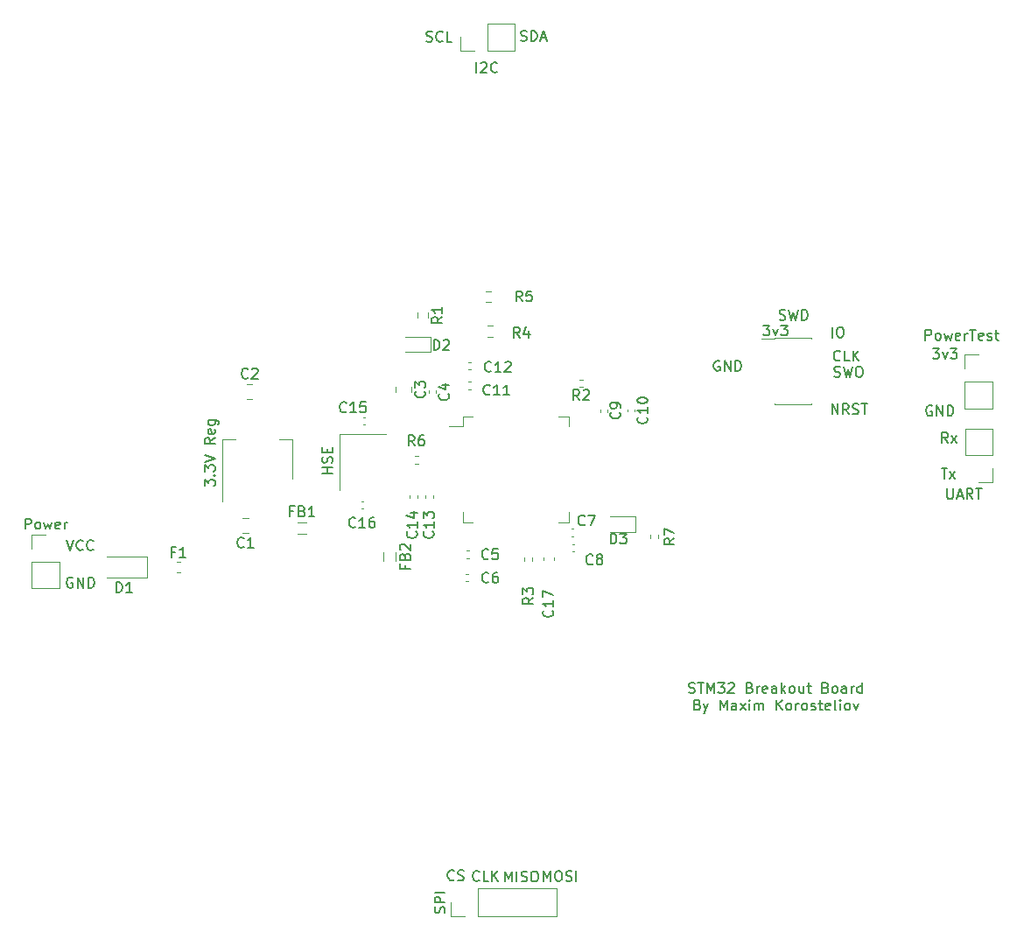
<source format=gbr>
%TF.GenerationSoftware,KiCad,Pcbnew,(5.1.7)-1*%
%TF.CreationDate,2020-10-12T20:46:30-04:00*%
%TF.ProjectId,STM32_Breakout,53544d33-325f-4427-9265-616b6f75742e,rev?*%
%TF.SameCoordinates,Original*%
%TF.FileFunction,Legend,Top*%
%TF.FilePolarity,Positive*%
%FSLAX46Y46*%
G04 Gerber Fmt 4.6, Leading zero omitted, Abs format (unit mm)*
G04 Created by KiCad (PCBNEW (5.1.7)-1) date 2020-10-12 20:46:30*
%MOMM*%
%LPD*%
G01*
G04 APERTURE LIST*
%ADD10C,0.150000*%
%ADD11C,0.120000*%
G04 APERTURE END LIST*
D10*
X79995238Y-81389761D02*
X80138095Y-81437380D01*
X80376190Y-81437380D01*
X80471428Y-81389761D01*
X80519047Y-81342142D01*
X80566666Y-81246904D01*
X80566666Y-81151666D01*
X80519047Y-81056428D01*
X80471428Y-81008809D01*
X80376190Y-80961190D01*
X80185714Y-80913571D01*
X80090476Y-80865952D01*
X80042857Y-80818333D01*
X79995238Y-80723095D01*
X79995238Y-80627857D01*
X80042857Y-80532619D01*
X80090476Y-80485000D01*
X80185714Y-80437380D01*
X80423809Y-80437380D01*
X80566666Y-80485000D01*
X80852380Y-80437380D02*
X81423809Y-80437380D01*
X81138095Y-81437380D02*
X81138095Y-80437380D01*
X81757142Y-81437380D02*
X81757142Y-80437380D01*
X82090476Y-81151666D01*
X82423809Y-80437380D01*
X82423809Y-81437380D01*
X82804761Y-80437380D02*
X83423809Y-80437380D01*
X83090476Y-80818333D01*
X83233333Y-80818333D01*
X83328571Y-80865952D01*
X83376190Y-80913571D01*
X83423809Y-81008809D01*
X83423809Y-81246904D01*
X83376190Y-81342142D01*
X83328571Y-81389761D01*
X83233333Y-81437380D01*
X82947619Y-81437380D01*
X82852380Y-81389761D01*
X82804761Y-81342142D01*
X83804761Y-80532619D02*
X83852380Y-80485000D01*
X83947619Y-80437380D01*
X84185714Y-80437380D01*
X84280952Y-80485000D01*
X84328571Y-80532619D01*
X84376190Y-80627857D01*
X84376190Y-80723095D01*
X84328571Y-80865952D01*
X83757142Y-81437380D01*
X84376190Y-81437380D01*
X85900000Y-80913571D02*
X86042857Y-80961190D01*
X86090476Y-81008809D01*
X86138095Y-81104047D01*
X86138095Y-81246904D01*
X86090476Y-81342142D01*
X86042857Y-81389761D01*
X85947619Y-81437380D01*
X85566666Y-81437380D01*
X85566666Y-80437380D01*
X85900000Y-80437380D01*
X85995238Y-80485000D01*
X86042857Y-80532619D01*
X86090476Y-80627857D01*
X86090476Y-80723095D01*
X86042857Y-80818333D01*
X85995238Y-80865952D01*
X85900000Y-80913571D01*
X85566666Y-80913571D01*
X86566666Y-81437380D02*
X86566666Y-80770714D01*
X86566666Y-80961190D02*
X86614285Y-80865952D01*
X86661904Y-80818333D01*
X86757142Y-80770714D01*
X86852380Y-80770714D01*
X87566666Y-81389761D02*
X87471428Y-81437380D01*
X87280952Y-81437380D01*
X87185714Y-81389761D01*
X87138095Y-81294523D01*
X87138095Y-80913571D01*
X87185714Y-80818333D01*
X87280952Y-80770714D01*
X87471428Y-80770714D01*
X87566666Y-80818333D01*
X87614285Y-80913571D01*
X87614285Y-81008809D01*
X87138095Y-81104047D01*
X88471428Y-81437380D02*
X88471428Y-80913571D01*
X88423809Y-80818333D01*
X88328571Y-80770714D01*
X88138095Y-80770714D01*
X88042857Y-80818333D01*
X88471428Y-81389761D02*
X88376190Y-81437380D01*
X88138095Y-81437380D01*
X88042857Y-81389761D01*
X87995238Y-81294523D01*
X87995238Y-81199285D01*
X88042857Y-81104047D01*
X88138095Y-81056428D01*
X88376190Y-81056428D01*
X88471428Y-81008809D01*
X88947619Y-81437380D02*
X88947619Y-80437380D01*
X89042857Y-81056428D02*
X89328571Y-81437380D01*
X89328571Y-80770714D02*
X88947619Y-81151666D01*
X89900000Y-81437380D02*
X89804761Y-81389761D01*
X89757142Y-81342142D01*
X89709523Y-81246904D01*
X89709523Y-80961190D01*
X89757142Y-80865952D01*
X89804761Y-80818333D01*
X89900000Y-80770714D01*
X90042857Y-80770714D01*
X90138095Y-80818333D01*
X90185714Y-80865952D01*
X90233333Y-80961190D01*
X90233333Y-81246904D01*
X90185714Y-81342142D01*
X90138095Y-81389761D01*
X90042857Y-81437380D01*
X89900000Y-81437380D01*
X91090476Y-80770714D02*
X91090476Y-81437380D01*
X90661904Y-80770714D02*
X90661904Y-81294523D01*
X90709523Y-81389761D01*
X90804761Y-81437380D01*
X90947619Y-81437380D01*
X91042857Y-81389761D01*
X91090476Y-81342142D01*
X91423809Y-80770714D02*
X91804761Y-80770714D01*
X91566666Y-80437380D02*
X91566666Y-81294523D01*
X91614285Y-81389761D01*
X91709523Y-81437380D01*
X91804761Y-81437380D01*
X93233333Y-80913571D02*
X93376190Y-80961190D01*
X93423809Y-81008809D01*
X93471428Y-81104047D01*
X93471428Y-81246904D01*
X93423809Y-81342142D01*
X93376190Y-81389761D01*
X93280952Y-81437380D01*
X92900000Y-81437380D01*
X92900000Y-80437380D01*
X93233333Y-80437380D01*
X93328571Y-80485000D01*
X93376190Y-80532619D01*
X93423809Y-80627857D01*
X93423809Y-80723095D01*
X93376190Y-80818333D01*
X93328571Y-80865952D01*
X93233333Y-80913571D01*
X92900000Y-80913571D01*
X94042857Y-81437380D02*
X93947619Y-81389761D01*
X93900000Y-81342142D01*
X93852380Y-81246904D01*
X93852380Y-80961190D01*
X93900000Y-80865952D01*
X93947619Y-80818333D01*
X94042857Y-80770714D01*
X94185714Y-80770714D01*
X94280952Y-80818333D01*
X94328571Y-80865952D01*
X94376190Y-80961190D01*
X94376190Y-81246904D01*
X94328571Y-81342142D01*
X94280952Y-81389761D01*
X94185714Y-81437380D01*
X94042857Y-81437380D01*
X95233333Y-81437380D02*
X95233333Y-80913571D01*
X95185714Y-80818333D01*
X95090476Y-80770714D01*
X94900000Y-80770714D01*
X94804761Y-80818333D01*
X95233333Y-81389761D02*
X95138095Y-81437380D01*
X94900000Y-81437380D01*
X94804761Y-81389761D01*
X94757142Y-81294523D01*
X94757142Y-81199285D01*
X94804761Y-81104047D01*
X94900000Y-81056428D01*
X95138095Y-81056428D01*
X95233333Y-81008809D01*
X95709523Y-81437380D02*
X95709523Y-80770714D01*
X95709523Y-80961190D02*
X95757142Y-80865952D01*
X95804761Y-80818333D01*
X95900000Y-80770714D01*
X95995238Y-80770714D01*
X96757142Y-81437380D02*
X96757142Y-80437380D01*
X96757142Y-81389761D02*
X96661904Y-81437380D01*
X96471428Y-81437380D01*
X96376190Y-81389761D01*
X96328571Y-81342142D01*
X96280952Y-81246904D01*
X96280952Y-80961190D01*
X96328571Y-80865952D01*
X96376190Y-80818333D01*
X96471428Y-80770714D01*
X96661904Y-80770714D01*
X96757142Y-80818333D01*
X80828571Y-82563571D02*
X80971428Y-82611190D01*
X81019047Y-82658809D01*
X81066666Y-82754047D01*
X81066666Y-82896904D01*
X81019047Y-82992142D01*
X80971428Y-83039761D01*
X80876190Y-83087380D01*
X80495238Y-83087380D01*
X80495238Y-82087380D01*
X80828571Y-82087380D01*
X80923809Y-82135000D01*
X80971428Y-82182619D01*
X81019047Y-82277857D01*
X81019047Y-82373095D01*
X80971428Y-82468333D01*
X80923809Y-82515952D01*
X80828571Y-82563571D01*
X80495238Y-82563571D01*
X81400000Y-82420714D02*
X81638095Y-83087380D01*
X81876190Y-82420714D02*
X81638095Y-83087380D01*
X81542857Y-83325476D01*
X81495238Y-83373095D01*
X81400000Y-83420714D01*
X83019047Y-83087380D02*
X83019047Y-82087380D01*
X83352380Y-82801666D01*
X83685714Y-82087380D01*
X83685714Y-83087380D01*
X84590476Y-83087380D02*
X84590476Y-82563571D01*
X84542857Y-82468333D01*
X84447619Y-82420714D01*
X84257142Y-82420714D01*
X84161904Y-82468333D01*
X84590476Y-83039761D02*
X84495238Y-83087380D01*
X84257142Y-83087380D01*
X84161904Y-83039761D01*
X84114285Y-82944523D01*
X84114285Y-82849285D01*
X84161904Y-82754047D01*
X84257142Y-82706428D01*
X84495238Y-82706428D01*
X84590476Y-82658809D01*
X84971428Y-83087380D02*
X85495238Y-82420714D01*
X84971428Y-82420714D02*
X85495238Y-83087380D01*
X85876190Y-83087380D02*
X85876190Y-82420714D01*
X85876190Y-82087380D02*
X85828571Y-82135000D01*
X85876190Y-82182619D01*
X85923809Y-82135000D01*
X85876190Y-82087380D01*
X85876190Y-82182619D01*
X86352380Y-83087380D02*
X86352380Y-82420714D01*
X86352380Y-82515952D02*
X86400000Y-82468333D01*
X86495238Y-82420714D01*
X86638095Y-82420714D01*
X86733333Y-82468333D01*
X86780952Y-82563571D01*
X86780952Y-83087380D01*
X86780952Y-82563571D02*
X86828571Y-82468333D01*
X86923809Y-82420714D01*
X87066666Y-82420714D01*
X87161904Y-82468333D01*
X87209523Y-82563571D01*
X87209523Y-83087380D01*
X88447619Y-83087380D02*
X88447619Y-82087380D01*
X89019047Y-83087380D02*
X88590476Y-82515952D01*
X89019047Y-82087380D02*
X88447619Y-82658809D01*
X89590476Y-83087380D02*
X89495238Y-83039761D01*
X89447619Y-82992142D01*
X89400000Y-82896904D01*
X89400000Y-82611190D01*
X89447619Y-82515952D01*
X89495238Y-82468333D01*
X89590476Y-82420714D01*
X89733333Y-82420714D01*
X89828571Y-82468333D01*
X89876190Y-82515952D01*
X89923809Y-82611190D01*
X89923809Y-82896904D01*
X89876190Y-82992142D01*
X89828571Y-83039761D01*
X89733333Y-83087380D01*
X89590476Y-83087380D01*
X90352380Y-83087380D02*
X90352380Y-82420714D01*
X90352380Y-82611190D02*
X90400000Y-82515952D01*
X90447619Y-82468333D01*
X90542857Y-82420714D01*
X90638095Y-82420714D01*
X91114285Y-83087380D02*
X91019047Y-83039761D01*
X90971428Y-82992142D01*
X90923809Y-82896904D01*
X90923809Y-82611190D01*
X90971428Y-82515952D01*
X91019047Y-82468333D01*
X91114285Y-82420714D01*
X91257142Y-82420714D01*
X91352380Y-82468333D01*
X91400000Y-82515952D01*
X91447619Y-82611190D01*
X91447619Y-82896904D01*
X91400000Y-82992142D01*
X91352380Y-83039761D01*
X91257142Y-83087380D01*
X91114285Y-83087380D01*
X91828571Y-83039761D02*
X91923809Y-83087380D01*
X92114285Y-83087380D01*
X92209523Y-83039761D01*
X92257142Y-82944523D01*
X92257142Y-82896904D01*
X92209523Y-82801666D01*
X92114285Y-82754047D01*
X91971428Y-82754047D01*
X91876190Y-82706428D01*
X91828571Y-82611190D01*
X91828571Y-82563571D01*
X91876190Y-82468333D01*
X91971428Y-82420714D01*
X92114285Y-82420714D01*
X92209523Y-82468333D01*
X92542857Y-82420714D02*
X92923809Y-82420714D01*
X92685714Y-82087380D02*
X92685714Y-82944523D01*
X92733333Y-83039761D01*
X92828571Y-83087380D01*
X92923809Y-83087380D01*
X93638095Y-83039761D02*
X93542857Y-83087380D01*
X93352380Y-83087380D01*
X93257142Y-83039761D01*
X93209523Y-82944523D01*
X93209523Y-82563571D01*
X93257142Y-82468333D01*
X93352380Y-82420714D01*
X93542857Y-82420714D01*
X93638095Y-82468333D01*
X93685714Y-82563571D01*
X93685714Y-82658809D01*
X93209523Y-82754047D01*
X94257142Y-83087380D02*
X94161904Y-83039761D01*
X94114285Y-82944523D01*
X94114285Y-82087380D01*
X94638095Y-83087380D02*
X94638095Y-82420714D01*
X94638095Y-82087380D02*
X94590476Y-82135000D01*
X94638095Y-82182619D01*
X94685714Y-82135000D01*
X94638095Y-82087380D01*
X94638095Y-82182619D01*
X95257142Y-83087380D02*
X95161904Y-83039761D01*
X95114285Y-82992142D01*
X95066666Y-82896904D01*
X95066666Y-82611190D01*
X95114285Y-82515952D01*
X95161904Y-82468333D01*
X95257142Y-82420714D01*
X95400000Y-82420714D01*
X95495238Y-82468333D01*
X95542857Y-82515952D01*
X95590476Y-82611190D01*
X95590476Y-82896904D01*
X95542857Y-82992142D01*
X95495238Y-83039761D01*
X95400000Y-83087380D01*
X95257142Y-83087380D01*
X95923809Y-82420714D02*
X96161904Y-83087380D01*
X96400000Y-82420714D01*
X54599523Y-18374761D02*
X54742380Y-18422380D01*
X54980476Y-18422380D01*
X55075714Y-18374761D01*
X55123333Y-18327142D01*
X55170952Y-18231904D01*
X55170952Y-18136666D01*
X55123333Y-18041428D01*
X55075714Y-17993809D01*
X54980476Y-17946190D01*
X54790000Y-17898571D01*
X54694761Y-17850952D01*
X54647142Y-17803333D01*
X54599523Y-17708095D01*
X54599523Y-17612857D01*
X54647142Y-17517619D01*
X54694761Y-17470000D01*
X54790000Y-17422380D01*
X55028095Y-17422380D01*
X55170952Y-17470000D01*
X56170952Y-18327142D02*
X56123333Y-18374761D01*
X55980476Y-18422380D01*
X55885238Y-18422380D01*
X55742380Y-18374761D01*
X55647142Y-18279523D01*
X55599523Y-18184285D01*
X55551904Y-17993809D01*
X55551904Y-17850952D01*
X55599523Y-17660476D01*
X55647142Y-17565238D01*
X55742380Y-17470000D01*
X55885238Y-17422380D01*
X55980476Y-17422380D01*
X56123333Y-17470000D01*
X56170952Y-17517619D01*
X57075714Y-18422380D02*
X56599523Y-18422380D01*
X56599523Y-17422380D01*
X63735714Y-18304761D02*
X63878571Y-18352380D01*
X64116666Y-18352380D01*
X64211904Y-18304761D01*
X64259523Y-18257142D01*
X64307142Y-18161904D01*
X64307142Y-18066666D01*
X64259523Y-17971428D01*
X64211904Y-17923809D01*
X64116666Y-17876190D01*
X63926190Y-17828571D01*
X63830952Y-17780952D01*
X63783333Y-17733333D01*
X63735714Y-17638095D01*
X63735714Y-17542857D01*
X63783333Y-17447619D01*
X63830952Y-17400000D01*
X63926190Y-17352380D01*
X64164285Y-17352380D01*
X64307142Y-17400000D01*
X64735714Y-18352380D02*
X64735714Y-17352380D01*
X64973809Y-17352380D01*
X65116666Y-17400000D01*
X65211904Y-17495238D01*
X65259523Y-17590476D01*
X65307142Y-17780952D01*
X65307142Y-17923809D01*
X65259523Y-18114285D01*
X65211904Y-18209523D01*
X65116666Y-18304761D01*
X64973809Y-18352380D01*
X64735714Y-18352380D01*
X65688095Y-18066666D02*
X66164285Y-18066666D01*
X65592857Y-18352380D02*
X65926190Y-17352380D01*
X66259523Y-18352380D01*
X82968095Y-49330000D02*
X82872857Y-49282380D01*
X82730000Y-49282380D01*
X82587142Y-49330000D01*
X82491904Y-49425238D01*
X82444285Y-49520476D01*
X82396666Y-49710952D01*
X82396666Y-49853809D01*
X82444285Y-50044285D01*
X82491904Y-50139523D01*
X82587142Y-50234761D01*
X82730000Y-50282380D01*
X82825238Y-50282380D01*
X82968095Y-50234761D01*
X83015714Y-50187142D01*
X83015714Y-49853809D01*
X82825238Y-49853809D01*
X83444285Y-50282380D02*
X83444285Y-49282380D01*
X84015714Y-50282380D01*
X84015714Y-49282380D01*
X84491904Y-50282380D02*
X84491904Y-49282380D01*
X84730000Y-49282380D01*
X84872857Y-49330000D01*
X84968095Y-49425238D01*
X85015714Y-49520476D01*
X85063333Y-49710952D01*
X85063333Y-49853809D01*
X85015714Y-50044285D01*
X84968095Y-50139523D01*
X84872857Y-50234761D01*
X84730000Y-50282380D01*
X84491904Y-50282380D01*
X87199523Y-45852380D02*
X87818571Y-45852380D01*
X87485238Y-46233333D01*
X87628095Y-46233333D01*
X87723333Y-46280952D01*
X87770952Y-46328571D01*
X87818571Y-46423809D01*
X87818571Y-46661904D01*
X87770952Y-46757142D01*
X87723333Y-46804761D01*
X87628095Y-46852380D01*
X87342380Y-46852380D01*
X87247142Y-46804761D01*
X87199523Y-46757142D01*
X88151904Y-46185714D02*
X88390000Y-46852380D01*
X88628095Y-46185714D01*
X88913809Y-45852380D02*
X89532857Y-45852380D01*
X89199523Y-46233333D01*
X89342380Y-46233333D01*
X89437619Y-46280952D01*
X89485238Y-46328571D01*
X89532857Y-46423809D01*
X89532857Y-46661904D01*
X89485238Y-46757142D01*
X89437619Y-46804761D01*
X89342380Y-46852380D01*
X89056666Y-46852380D01*
X88961428Y-46804761D01*
X88913809Y-46757142D01*
X94644761Y-49207142D02*
X94597142Y-49254761D01*
X94454285Y-49302380D01*
X94359047Y-49302380D01*
X94216190Y-49254761D01*
X94120952Y-49159523D01*
X94073333Y-49064285D01*
X94025714Y-48873809D01*
X94025714Y-48730952D01*
X94073333Y-48540476D01*
X94120952Y-48445238D01*
X94216190Y-48350000D01*
X94359047Y-48302380D01*
X94454285Y-48302380D01*
X94597142Y-48350000D01*
X94644761Y-48397619D01*
X95549523Y-49302380D02*
X95073333Y-49302380D01*
X95073333Y-48302380D01*
X95882857Y-49302380D02*
X95882857Y-48302380D01*
X96454285Y-49302380D02*
X96025714Y-48730952D01*
X96454285Y-48302380D02*
X95882857Y-48873809D01*
X94049047Y-50804761D02*
X94191904Y-50852380D01*
X94430000Y-50852380D01*
X94525238Y-50804761D01*
X94572857Y-50757142D01*
X94620476Y-50661904D01*
X94620476Y-50566666D01*
X94572857Y-50471428D01*
X94525238Y-50423809D01*
X94430000Y-50376190D01*
X94239523Y-50328571D01*
X94144285Y-50280952D01*
X94096666Y-50233333D01*
X94049047Y-50138095D01*
X94049047Y-50042857D01*
X94096666Y-49947619D01*
X94144285Y-49900000D01*
X94239523Y-49852380D01*
X94477619Y-49852380D01*
X94620476Y-49900000D01*
X94953809Y-49852380D02*
X95191904Y-50852380D01*
X95382380Y-50138095D01*
X95572857Y-50852380D01*
X95810952Y-49852380D01*
X96382380Y-49852380D02*
X96572857Y-49852380D01*
X96668095Y-49900000D01*
X96763333Y-49995238D01*
X96810952Y-50185714D01*
X96810952Y-50519047D01*
X96763333Y-50709523D01*
X96668095Y-50804761D01*
X96572857Y-50852380D01*
X96382380Y-50852380D01*
X96287142Y-50804761D01*
X96191904Y-50709523D01*
X96144285Y-50519047D01*
X96144285Y-50185714D01*
X96191904Y-49995238D01*
X96287142Y-49900000D01*
X96382380Y-49852380D01*
X93837142Y-54452380D02*
X93837142Y-53452380D01*
X94408571Y-54452380D01*
X94408571Y-53452380D01*
X95456190Y-54452380D02*
X95122857Y-53976190D01*
X94884761Y-54452380D02*
X94884761Y-53452380D01*
X95265714Y-53452380D01*
X95360952Y-53500000D01*
X95408571Y-53547619D01*
X95456190Y-53642857D01*
X95456190Y-53785714D01*
X95408571Y-53880952D01*
X95360952Y-53928571D01*
X95265714Y-53976190D01*
X94884761Y-53976190D01*
X95837142Y-54404761D02*
X95980000Y-54452380D01*
X96218095Y-54452380D01*
X96313333Y-54404761D01*
X96360952Y-54357142D01*
X96408571Y-54261904D01*
X96408571Y-54166666D01*
X96360952Y-54071428D01*
X96313333Y-54023809D01*
X96218095Y-53976190D01*
X96027619Y-53928571D01*
X95932380Y-53880952D01*
X95884761Y-53833333D01*
X95837142Y-53738095D01*
X95837142Y-53642857D01*
X95884761Y-53547619D01*
X95932380Y-53500000D01*
X96027619Y-53452380D01*
X96265714Y-53452380D01*
X96408571Y-53500000D01*
X96694285Y-53452380D02*
X97265714Y-53452380D01*
X96980000Y-54452380D02*
X96980000Y-53452380D01*
X93876190Y-47032380D02*
X93876190Y-46032380D01*
X94542857Y-46032380D02*
X94733333Y-46032380D01*
X94828571Y-46080000D01*
X94923809Y-46175238D01*
X94971428Y-46365714D01*
X94971428Y-46699047D01*
X94923809Y-46889523D01*
X94828571Y-46984761D01*
X94733333Y-47032380D01*
X94542857Y-47032380D01*
X94447619Y-46984761D01*
X94352380Y-46889523D01*
X94304761Y-46699047D01*
X94304761Y-46365714D01*
X94352380Y-46175238D01*
X94447619Y-46080000D01*
X94542857Y-46032380D01*
X103508095Y-53660000D02*
X103412857Y-53612380D01*
X103270000Y-53612380D01*
X103127142Y-53660000D01*
X103031904Y-53755238D01*
X102984285Y-53850476D01*
X102936666Y-54040952D01*
X102936666Y-54183809D01*
X102984285Y-54374285D01*
X103031904Y-54469523D01*
X103127142Y-54564761D01*
X103270000Y-54612380D01*
X103365238Y-54612380D01*
X103508095Y-54564761D01*
X103555714Y-54517142D01*
X103555714Y-54183809D01*
X103365238Y-54183809D01*
X103984285Y-54612380D02*
X103984285Y-53612380D01*
X104555714Y-54612380D01*
X104555714Y-53612380D01*
X105031904Y-54612380D02*
X105031904Y-53612380D01*
X105270000Y-53612380D01*
X105412857Y-53660000D01*
X105508095Y-53755238D01*
X105555714Y-53850476D01*
X105603333Y-54040952D01*
X105603333Y-54183809D01*
X105555714Y-54374285D01*
X105508095Y-54469523D01*
X105412857Y-54564761D01*
X105270000Y-54612380D01*
X105031904Y-54612380D01*
X103589523Y-48092380D02*
X104208571Y-48092380D01*
X103875238Y-48473333D01*
X104018095Y-48473333D01*
X104113333Y-48520952D01*
X104160952Y-48568571D01*
X104208571Y-48663809D01*
X104208571Y-48901904D01*
X104160952Y-48997142D01*
X104113333Y-49044761D01*
X104018095Y-49092380D01*
X103732380Y-49092380D01*
X103637142Y-49044761D01*
X103589523Y-48997142D01*
X104541904Y-48425714D02*
X104780000Y-49092380D01*
X105018095Y-48425714D01*
X105303809Y-48092380D02*
X105922857Y-48092380D01*
X105589523Y-48473333D01*
X105732380Y-48473333D01*
X105827619Y-48520952D01*
X105875238Y-48568571D01*
X105922857Y-48663809D01*
X105922857Y-48901904D01*
X105875238Y-48997142D01*
X105827619Y-49044761D01*
X105732380Y-49092380D01*
X105446666Y-49092380D01*
X105351428Y-49044761D01*
X105303809Y-48997142D01*
X104419523Y-59662380D02*
X104990952Y-59662380D01*
X104705238Y-60662380D02*
X104705238Y-59662380D01*
X105229047Y-60662380D02*
X105752857Y-59995714D01*
X105229047Y-59995714D02*
X105752857Y-60662380D01*
X105064761Y-57222380D02*
X104731428Y-56746190D01*
X104493333Y-57222380D02*
X104493333Y-56222380D01*
X104874285Y-56222380D01*
X104969523Y-56270000D01*
X105017142Y-56317619D01*
X105064761Y-56412857D01*
X105064761Y-56555714D01*
X105017142Y-56650952D01*
X104969523Y-56698571D01*
X104874285Y-56746190D01*
X104493333Y-56746190D01*
X105398095Y-57222380D02*
X105921904Y-56555714D01*
X105398095Y-56555714D02*
X105921904Y-57222380D01*
X65968571Y-99632380D02*
X65968571Y-98632380D01*
X66301904Y-99346666D01*
X66635238Y-98632380D01*
X66635238Y-99632380D01*
X67301904Y-98632380D02*
X67492380Y-98632380D01*
X67587619Y-98680000D01*
X67682857Y-98775238D01*
X67730476Y-98965714D01*
X67730476Y-99299047D01*
X67682857Y-99489523D01*
X67587619Y-99584761D01*
X67492380Y-99632380D01*
X67301904Y-99632380D01*
X67206666Y-99584761D01*
X67111428Y-99489523D01*
X67063809Y-99299047D01*
X67063809Y-98965714D01*
X67111428Y-98775238D01*
X67206666Y-98680000D01*
X67301904Y-98632380D01*
X68111428Y-99584761D02*
X68254285Y-99632380D01*
X68492380Y-99632380D01*
X68587619Y-99584761D01*
X68635238Y-99537142D01*
X68682857Y-99441904D01*
X68682857Y-99346666D01*
X68635238Y-99251428D01*
X68587619Y-99203809D01*
X68492380Y-99156190D01*
X68301904Y-99108571D01*
X68206666Y-99060952D01*
X68159047Y-99013333D01*
X68111428Y-98918095D01*
X68111428Y-98822857D01*
X68159047Y-98727619D01*
X68206666Y-98680000D01*
X68301904Y-98632380D01*
X68540000Y-98632380D01*
X68682857Y-98680000D01*
X69111428Y-99632380D02*
X69111428Y-98632380D01*
X62208571Y-99682380D02*
X62208571Y-98682380D01*
X62541904Y-99396666D01*
X62875238Y-98682380D01*
X62875238Y-99682380D01*
X63351428Y-99682380D02*
X63351428Y-98682380D01*
X63780000Y-99634761D02*
X63922857Y-99682380D01*
X64160952Y-99682380D01*
X64256190Y-99634761D01*
X64303809Y-99587142D01*
X64351428Y-99491904D01*
X64351428Y-99396666D01*
X64303809Y-99301428D01*
X64256190Y-99253809D01*
X64160952Y-99206190D01*
X63970476Y-99158571D01*
X63875238Y-99110952D01*
X63827619Y-99063333D01*
X63780000Y-98968095D01*
X63780000Y-98872857D01*
X63827619Y-98777619D01*
X63875238Y-98730000D01*
X63970476Y-98682380D01*
X64208571Y-98682380D01*
X64351428Y-98730000D01*
X64970476Y-98682380D02*
X65160952Y-98682380D01*
X65256190Y-98730000D01*
X65351428Y-98825238D01*
X65399047Y-99015714D01*
X65399047Y-99349047D01*
X65351428Y-99539523D01*
X65256190Y-99634761D01*
X65160952Y-99682380D01*
X64970476Y-99682380D01*
X64875238Y-99634761D01*
X64780000Y-99539523D01*
X64732380Y-99349047D01*
X64732380Y-99015714D01*
X64780000Y-98825238D01*
X64875238Y-98730000D01*
X64970476Y-98682380D01*
X59714761Y-99547142D02*
X59667142Y-99594761D01*
X59524285Y-99642380D01*
X59429047Y-99642380D01*
X59286190Y-99594761D01*
X59190952Y-99499523D01*
X59143333Y-99404285D01*
X59095714Y-99213809D01*
X59095714Y-99070952D01*
X59143333Y-98880476D01*
X59190952Y-98785238D01*
X59286190Y-98690000D01*
X59429047Y-98642380D01*
X59524285Y-98642380D01*
X59667142Y-98690000D01*
X59714761Y-98737619D01*
X60619523Y-99642380D02*
X60143333Y-99642380D01*
X60143333Y-98642380D01*
X60952857Y-99642380D02*
X60952857Y-98642380D01*
X61524285Y-99642380D02*
X61095714Y-99070952D01*
X61524285Y-98642380D02*
X60952857Y-99213809D01*
X57283333Y-99477142D02*
X57235714Y-99524761D01*
X57092857Y-99572380D01*
X56997619Y-99572380D01*
X56854761Y-99524761D01*
X56759523Y-99429523D01*
X56711904Y-99334285D01*
X56664285Y-99143809D01*
X56664285Y-99000952D01*
X56711904Y-98810476D01*
X56759523Y-98715238D01*
X56854761Y-98620000D01*
X56997619Y-98572380D01*
X57092857Y-98572380D01*
X57235714Y-98620000D01*
X57283333Y-98667619D01*
X57664285Y-99524761D02*
X57807142Y-99572380D01*
X58045238Y-99572380D01*
X58140476Y-99524761D01*
X58188095Y-99477142D01*
X58235714Y-99381904D01*
X58235714Y-99286666D01*
X58188095Y-99191428D01*
X58140476Y-99143809D01*
X58045238Y-99096190D01*
X57854761Y-99048571D01*
X57759523Y-99000952D01*
X57711904Y-98953333D01*
X57664285Y-98858095D01*
X57664285Y-98762857D01*
X57711904Y-98667619D01*
X57759523Y-98620000D01*
X57854761Y-98572380D01*
X58092857Y-98572380D01*
X58235714Y-98620000D01*
X20378095Y-70290000D02*
X20282857Y-70242380D01*
X20140000Y-70242380D01*
X19997142Y-70290000D01*
X19901904Y-70385238D01*
X19854285Y-70480476D01*
X19806666Y-70670952D01*
X19806666Y-70813809D01*
X19854285Y-71004285D01*
X19901904Y-71099523D01*
X19997142Y-71194761D01*
X20140000Y-71242380D01*
X20235238Y-71242380D01*
X20378095Y-71194761D01*
X20425714Y-71147142D01*
X20425714Y-70813809D01*
X20235238Y-70813809D01*
X20854285Y-71242380D02*
X20854285Y-70242380D01*
X21425714Y-71242380D01*
X21425714Y-70242380D01*
X21901904Y-71242380D02*
X21901904Y-70242380D01*
X22140000Y-70242380D01*
X22282857Y-70290000D01*
X22378095Y-70385238D01*
X22425714Y-70480476D01*
X22473333Y-70670952D01*
X22473333Y-70813809D01*
X22425714Y-71004285D01*
X22378095Y-71099523D01*
X22282857Y-71194761D01*
X22140000Y-71242380D01*
X21901904Y-71242380D01*
X19806666Y-66622380D02*
X20140000Y-67622380D01*
X20473333Y-66622380D01*
X21378095Y-67527142D02*
X21330476Y-67574761D01*
X21187619Y-67622380D01*
X21092380Y-67622380D01*
X20949523Y-67574761D01*
X20854285Y-67479523D01*
X20806666Y-67384285D01*
X20759047Y-67193809D01*
X20759047Y-67050952D01*
X20806666Y-66860476D01*
X20854285Y-66765238D01*
X20949523Y-66670000D01*
X21092380Y-66622380D01*
X21187619Y-66622380D01*
X21330476Y-66670000D01*
X21378095Y-66717619D01*
X22378095Y-67527142D02*
X22330476Y-67574761D01*
X22187619Y-67622380D01*
X22092380Y-67622380D01*
X21949523Y-67574761D01*
X21854285Y-67479523D01*
X21806666Y-67384285D01*
X21759047Y-67193809D01*
X21759047Y-67050952D01*
X21806666Y-66860476D01*
X21854285Y-66765238D01*
X21949523Y-66670000D01*
X22092380Y-66622380D01*
X22187619Y-66622380D01*
X22330476Y-66670000D01*
X22378095Y-66717619D01*
D11*
%TO.C,C1*%
X37371252Y-64505000D02*
X36848748Y-64505000D01*
X37371252Y-65975000D02*
X36848748Y-65975000D01*
%TO.C,C2*%
X37771252Y-53015000D02*
X37248748Y-53015000D01*
X37771252Y-51545000D02*
X37248748Y-51545000D01*
%TO.C,C3*%
X53115000Y-51818748D02*
X53115000Y-52341252D01*
X51645000Y-51818748D02*
X51645000Y-52341252D01*
%TO.C,C4*%
X54830000Y-52184165D02*
X54830000Y-52415835D01*
X55550000Y-52184165D02*
X55550000Y-52415835D01*
%TO.C,C5*%
X58715835Y-68380000D02*
X58484165Y-68380000D01*
X58715835Y-67660000D02*
X58484165Y-67660000D01*
%TO.C,C6*%
X58655835Y-69890000D02*
X58424165Y-69890000D01*
X58655835Y-70610000D02*
X58424165Y-70610000D01*
%TO.C,C7*%
X68855835Y-66270000D02*
X68624165Y-66270000D01*
X68855835Y-65550000D02*
X68624165Y-65550000D01*
%TO.C,C8*%
X68925835Y-67040000D02*
X68694165Y-67040000D01*
X68925835Y-67760000D02*
X68694165Y-67760000D01*
%TO.C,C9*%
X72140000Y-53994165D02*
X72140000Y-54225835D01*
X71420000Y-53994165D02*
X71420000Y-54225835D01*
%TO.C,C10*%
X74040000Y-53984165D02*
X74040000Y-54215835D01*
X74760000Y-53984165D02*
X74760000Y-54215835D01*
%TO.C,C11*%
X58644165Y-51310000D02*
X58875835Y-51310000D01*
X58644165Y-52030000D02*
X58875835Y-52030000D01*
%TO.C,C12*%
X58644165Y-49410000D02*
X58875835Y-49410000D01*
X58644165Y-50130000D02*
X58875835Y-50130000D01*
%TO.C,C13*%
X54540000Y-62545835D02*
X54540000Y-62314165D01*
X55260000Y-62545835D02*
X55260000Y-62314165D01*
%TO.C,C14*%
X53730000Y-62545835D02*
X53730000Y-62314165D01*
X53010000Y-62545835D02*
X53010000Y-62314165D01*
%TO.C,C15*%
X48464165Y-55470000D02*
X48695835Y-55470000D01*
X48464165Y-54750000D02*
X48695835Y-54750000D01*
%TO.C,C16*%
X48525835Y-63590000D02*
X48294165Y-63590000D01*
X48525835Y-62870000D02*
X48294165Y-62870000D01*
%TO.C,C17*%
X66990000Y-68303733D02*
X66990000Y-68596267D01*
X65970000Y-68303733D02*
X65970000Y-68596267D01*
%TO.C,D1*%
X27600000Y-70250000D02*
X27600000Y-68250000D01*
X27600000Y-68250000D02*
X23700000Y-68250000D01*
X27600000Y-70250000D02*
X23700000Y-70250000D01*
%TO.C,D2*%
X52560000Y-48415000D02*
X55020000Y-48415000D01*
X55020000Y-48415000D02*
X55020000Y-46945000D01*
X55020000Y-46945000D02*
X52560000Y-46945000D01*
%TO.C,D3*%
X74830000Y-64375000D02*
X72370000Y-64375000D01*
X74830000Y-65845000D02*
X74830000Y-64375000D01*
X72370000Y-65845000D02*
X74830000Y-65845000D01*
%TO.C,F1*%
X30438733Y-68780000D02*
X30781267Y-68780000D01*
X30438733Y-69800000D02*
X30781267Y-69800000D01*
%TO.C,FB1*%
X42169758Y-64900000D02*
X42990242Y-64900000D01*
X42169758Y-66020000D02*
X42990242Y-66020000D01*
%TO.C,FB2*%
X50480000Y-67819758D02*
X50480000Y-68640242D01*
X51600000Y-67819758D02*
X51600000Y-68640242D01*
%TO.C,HSE*%
X50710000Y-56370000D02*
X46210000Y-56370000D01*
X46210000Y-56370000D02*
X46210000Y-61770000D01*
%TO.C,I2C*%
X57910000Y-19290000D02*
X57910000Y-17960000D01*
X59240000Y-19290000D02*
X57910000Y-19290000D01*
X60510000Y-19290000D02*
X60510000Y-16630000D01*
X60510000Y-16630000D02*
X63110000Y-16630000D01*
X60510000Y-19290000D02*
X63110000Y-19290000D01*
X63110000Y-19290000D02*
X63110000Y-16630000D01*
%TO.C,Power*%
X16440000Y-71310000D02*
X19100000Y-71310000D01*
X16440000Y-68710000D02*
X16440000Y-71310000D01*
X19100000Y-68710000D02*
X19100000Y-71310000D01*
X16440000Y-68710000D02*
X19100000Y-68710000D01*
X16440000Y-67440000D02*
X16440000Y-66110000D01*
X16440000Y-66110000D02*
X17770000Y-66110000D01*
%TO.C,PowerTest*%
X106680000Y-48700000D02*
X108010000Y-48700000D01*
X106680000Y-50030000D02*
X106680000Y-48700000D01*
X106680000Y-51300000D02*
X109340000Y-51300000D01*
X109340000Y-51300000D02*
X109340000Y-53900000D01*
X106680000Y-51300000D02*
X106680000Y-53900000D01*
X106680000Y-53900000D02*
X109340000Y-53900000D01*
%TO.C,R1*%
X53737500Y-44615276D02*
X53737500Y-45124724D01*
X54782500Y-44615276D02*
X54782500Y-45124724D01*
%TO.C,R2*%
X69747621Y-51850000D02*
X69412379Y-51850000D01*
X69747621Y-51090000D02*
X69412379Y-51090000D01*
%TO.C,R3*%
X64110000Y-68332379D02*
X64110000Y-68667621D01*
X64870000Y-68332379D02*
X64870000Y-68667621D01*
%TO.C,R4*%
X60994724Y-46962500D02*
X60485276Y-46962500D01*
X60994724Y-45917500D02*
X60485276Y-45917500D01*
%TO.C,R5*%
X60894724Y-43592500D02*
X60385276Y-43592500D01*
X60894724Y-42547500D02*
X60385276Y-42547500D01*
%TO.C,R6*%
X53857621Y-59270000D02*
X53522379Y-59270000D01*
X53857621Y-58510000D02*
X53522379Y-58510000D01*
%TO.C,R7*%
X77010000Y-66487621D02*
X77010000Y-66152379D01*
X76250000Y-66487621D02*
X76250000Y-66152379D01*
%TO.C,SPI*%
X67240000Y-103010000D02*
X67240000Y-100350000D01*
X59560000Y-103010000D02*
X67240000Y-103010000D01*
X59560000Y-100350000D02*
X67240000Y-100350000D01*
X59560000Y-103010000D02*
X59560000Y-100350000D01*
X58290000Y-103010000D02*
X56960000Y-103010000D01*
X56960000Y-103010000D02*
X56960000Y-101680000D01*
%TO.C,SWD*%
X88325000Y-47045000D02*
X91855000Y-47045000D01*
X88325000Y-53515000D02*
X91855000Y-53515000D01*
X87000000Y-47110000D02*
X88325000Y-47110000D01*
X88325000Y-47045000D02*
X88325000Y-47110000D01*
X91855000Y-47045000D02*
X91855000Y-47110000D01*
X88325000Y-53450000D02*
X88325000Y-53515000D01*
X91855000Y-53450000D02*
X91855000Y-53515000D01*
%TO.C,3.3V Reg*%
X41660000Y-56910000D02*
X40400000Y-56910000D01*
X34840000Y-56910000D02*
X36100000Y-56910000D01*
X41660000Y-60670000D02*
X41660000Y-56910000D01*
X34840000Y-62920000D02*
X34840000Y-56910000D01*
%TO.C,U2*%
X58140000Y-55630000D02*
X56800000Y-55630000D01*
X58140000Y-54680000D02*
X58140000Y-55630000D01*
X59090000Y-54680000D02*
X58140000Y-54680000D01*
X68360000Y-54680000D02*
X68360000Y-55630000D01*
X67410000Y-54680000D02*
X68360000Y-54680000D01*
X58140000Y-64900000D02*
X58140000Y-63950000D01*
X59090000Y-64900000D02*
X58140000Y-64900000D01*
X68360000Y-64900000D02*
X68360000Y-63950000D01*
X67410000Y-64900000D02*
X68360000Y-64900000D01*
%TO.C,UART*%
X109370000Y-55840000D02*
X106710000Y-55840000D01*
X109370000Y-58440000D02*
X109370000Y-55840000D01*
X106710000Y-58440000D02*
X106710000Y-55840000D01*
X109370000Y-58440000D02*
X106710000Y-58440000D01*
X109370000Y-59710000D02*
X109370000Y-61040000D01*
X109370000Y-61040000D02*
X108040000Y-61040000D01*
%TO.C,C1*%
D10*
X36943333Y-67277142D02*
X36895714Y-67324761D01*
X36752857Y-67372380D01*
X36657619Y-67372380D01*
X36514761Y-67324761D01*
X36419523Y-67229523D01*
X36371904Y-67134285D01*
X36324285Y-66943809D01*
X36324285Y-66800952D01*
X36371904Y-66610476D01*
X36419523Y-66515238D01*
X36514761Y-66420000D01*
X36657619Y-66372380D01*
X36752857Y-66372380D01*
X36895714Y-66420000D01*
X36943333Y-66467619D01*
X37895714Y-67372380D02*
X37324285Y-67372380D01*
X37610000Y-67372380D02*
X37610000Y-66372380D01*
X37514761Y-66515238D01*
X37419523Y-66610476D01*
X37324285Y-66658095D01*
%TO.C,C2*%
X37343333Y-50917142D02*
X37295714Y-50964761D01*
X37152857Y-51012380D01*
X37057619Y-51012380D01*
X36914761Y-50964761D01*
X36819523Y-50869523D01*
X36771904Y-50774285D01*
X36724285Y-50583809D01*
X36724285Y-50440952D01*
X36771904Y-50250476D01*
X36819523Y-50155238D01*
X36914761Y-50060000D01*
X37057619Y-50012380D01*
X37152857Y-50012380D01*
X37295714Y-50060000D01*
X37343333Y-50107619D01*
X37724285Y-50107619D02*
X37771904Y-50060000D01*
X37867142Y-50012380D01*
X38105238Y-50012380D01*
X38200476Y-50060000D01*
X38248095Y-50107619D01*
X38295714Y-50202857D01*
X38295714Y-50298095D01*
X38248095Y-50440952D01*
X37676666Y-51012380D01*
X38295714Y-51012380D01*
%TO.C,C3*%
X54417142Y-52246666D02*
X54464761Y-52294285D01*
X54512380Y-52437142D01*
X54512380Y-52532380D01*
X54464761Y-52675238D01*
X54369523Y-52770476D01*
X54274285Y-52818095D01*
X54083809Y-52865714D01*
X53940952Y-52865714D01*
X53750476Y-52818095D01*
X53655238Y-52770476D01*
X53560000Y-52675238D01*
X53512380Y-52532380D01*
X53512380Y-52437142D01*
X53560000Y-52294285D01*
X53607619Y-52246666D01*
X53512380Y-51913333D02*
X53512380Y-51294285D01*
X53893333Y-51627619D01*
X53893333Y-51484761D01*
X53940952Y-51389523D01*
X53988571Y-51341904D01*
X54083809Y-51294285D01*
X54321904Y-51294285D01*
X54417142Y-51341904D01*
X54464761Y-51389523D01*
X54512380Y-51484761D01*
X54512380Y-51770476D01*
X54464761Y-51865714D01*
X54417142Y-51913333D01*
%TO.C,C4*%
X56707142Y-52466666D02*
X56754761Y-52514285D01*
X56802380Y-52657142D01*
X56802380Y-52752380D01*
X56754761Y-52895238D01*
X56659523Y-52990476D01*
X56564285Y-53038095D01*
X56373809Y-53085714D01*
X56230952Y-53085714D01*
X56040476Y-53038095D01*
X55945238Y-52990476D01*
X55850000Y-52895238D01*
X55802380Y-52752380D01*
X55802380Y-52657142D01*
X55850000Y-52514285D01*
X55897619Y-52466666D01*
X56135714Y-51609523D02*
X56802380Y-51609523D01*
X55754761Y-51847619D02*
X56469047Y-52085714D01*
X56469047Y-51466666D01*
%TO.C,C5*%
X60593333Y-68407142D02*
X60545714Y-68454761D01*
X60402857Y-68502380D01*
X60307619Y-68502380D01*
X60164761Y-68454761D01*
X60069523Y-68359523D01*
X60021904Y-68264285D01*
X59974285Y-68073809D01*
X59974285Y-67930952D01*
X60021904Y-67740476D01*
X60069523Y-67645238D01*
X60164761Y-67550000D01*
X60307619Y-67502380D01*
X60402857Y-67502380D01*
X60545714Y-67550000D01*
X60593333Y-67597619D01*
X61498095Y-67502380D02*
X61021904Y-67502380D01*
X60974285Y-67978571D01*
X61021904Y-67930952D01*
X61117142Y-67883333D01*
X61355238Y-67883333D01*
X61450476Y-67930952D01*
X61498095Y-67978571D01*
X61545714Y-68073809D01*
X61545714Y-68311904D01*
X61498095Y-68407142D01*
X61450476Y-68454761D01*
X61355238Y-68502380D01*
X61117142Y-68502380D01*
X61021904Y-68454761D01*
X60974285Y-68407142D01*
%TO.C,C6*%
X60623333Y-70667142D02*
X60575714Y-70714761D01*
X60432857Y-70762380D01*
X60337619Y-70762380D01*
X60194761Y-70714761D01*
X60099523Y-70619523D01*
X60051904Y-70524285D01*
X60004285Y-70333809D01*
X60004285Y-70190952D01*
X60051904Y-70000476D01*
X60099523Y-69905238D01*
X60194761Y-69810000D01*
X60337619Y-69762380D01*
X60432857Y-69762380D01*
X60575714Y-69810000D01*
X60623333Y-69857619D01*
X61480476Y-69762380D02*
X61290000Y-69762380D01*
X61194761Y-69810000D01*
X61147142Y-69857619D01*
X61051904Y-70000476D01*
X61004285Y-70190952D01*
X61004285Y-70571904D01*
X61051904Y-70667142D01*
X61099523Y-70714761D01*
X61194761Y-70762380D01*
X61385238Y-70762380D01*
X61480476Y-70714761D01*
X61528095Y-70667142D01*
X61575714Y-70571904D01*
X61575714Y-70333809D01*
X61528095Y-70238571D01*
X61480476Y-70190952D01*
X61385238Y-70143333D01*
X61194761Y-70143333D01*
X61099523Y-70190952D01*
X61051904Y-70238571D01*
X61004285Y-70333809D01*
%TO.C,C7*%
X69923333Y-65127142D02*
X69875714Y-65174761D01*
X69732857Y-65222380D01*
X69637619Y-65222380D01*
X69494761Y-65174761D01*
X69399523Y-65079523D01*
X69351904Y-64984285D01*
X69304285Y-64793809D01*
X69304285Y-64650952D01*
X69351904Y-64460476D01*
X69399523Y-64365238D01*
X69494761Y-64270000D01*
X69637619Y-64222380D01*
X69732857Y-64222380D01*
X69875714Y-64270000D01*
X69923333Y-64317619D01*
X70256666Y-64222380D02*
X70923333Y-64222380D01*
X70494761Y-65222380D01*
%TO.C,C8*%
X70693333Y-68917142D02*
X70645714Y-68964761D01*
X70502857Y-69012380D01*
X70407619Y-69012380D01*
X70264761Y-68964761D01*
X70169523Y-68869523D01*
X70121904Y-68774285D01*
X70074285Y-68583809D01*
X70074285Y-68440952D01*
X70121904Y-68250476D01*
X70169523Y-68155238D01*
X70264761Y-68060000D01*
X70407619Y-68012380D01*
X70502857Y-68012380D01*
X70645714Y-68060000D01*
X70693333Y-68107619D01*
X71264761Y-68440952D02*
X71169523Y-68393333D01*
X71121904Y-68345714D01*
X71074285Y-68250476D01*
X71074285Y-68202857D01*
X71121904Y-68107619D01*
X71169523Y-68060000D01*
X71264761Y-68012380D01*
X71455238Y-68012380D01*
X71550476Y-68060000D01*
X71598095Y-68107619D01*
X71645714Y-68202857D01*
X71645714Y-68250476D01*
X71598095Y-68345714D01*
X71550476Y-68393333D01*
X71455238Y-68440952D01*
X71264761Y-68440952D01*
X71169523Y-68488571D01*
X71121904Y-68536190D01*
X71074285Y-68631428D01*
X71074285Y-68821904D01*
X71121904Y-68917142D01*
X71169523Y-68964761D01*
X71264761Y-69012380D01*
X71455238Y-69012380D01*
X71550476Y-68964761D01*
X71598095Y-68917142D01*
X71645714Y-68821904D01*
X71645714Y-68631428D01*
X71598095Y-68536190D01*
X71550476Y-68488571D01*
X71455238Y-68440952D01*
%TO.C,C9*%
X73297142Y-54276666D02*
X73344761Y-54324285D01*
X73392380Y-54467142D01*
X73392380Y-54562380D01*
X73344761Y-54705238D01*
X73249523Y-54800476D01*
X73154285Y-54848095D01*
X72963809Y-54895714D01*
X72820952Y-54895714D01*
X72630476Y-54848095D01*
X72535238Y-54800476D01*
X72440000Y-54705238D01*
X72392380Y-54562380D01*
X72392380Y-54467142D01*
X72440000Y-54324285D01*
X72487619Y-54276666D01*
X73392380Y-53800476D02*
X73392380Y-53610000D01*
X73344761Y-53514761D01*
X73297142Y-53467142D01*
X73154285Y-53371904D01*
X72963809Y-53324285D01*
X72582857Y-53324285D01*
X72487619Y-53371904D01*
X72440000Y-53419523D01*
X72392380Y-53514761D01*
X72392380Y-53705238D01*
X72440000Y-53800476D01*
X72487619Y-53848095D01*
X72582857Y-53895714D01*
X72820952Y-53895714D01*
X72916190Y-53848095D01*
X72963809Y-53800476D01*
X73011428Y-53705238D01*
X73011428Y-53514761D01*
X72963809Y-53419523D01*
X72916190Y-53371904D01*
X72820952Y-53324285D01*
%TO.C,C10*%
X75917142Y-54742857D02*
X75964761Y-54790476D01*
X76012380Y-54933333D01*
X76012380Y-55028571D01*
X75964761Y-55171428D01*
X75869523Y-55266666D01*
X75774285Y-55314285D01*
X75583809Y-55361904D01*
X75440952Y-55361904D01*
X75250476Y-55314285D01*
X75155238Y-55266666D01*
X75060000Y-55171428D01*
X75012380Y-55028571D01*
X75012380Y-54933333D01*
X75060000Y-54790476D01*
X75107619Y-54742857D01*
X76012380Y-53790476D02*
X76012380Y-54361904D01*
X76012380Y-54076190D02*
X75012380Y-54076190D01*
X75155238Y-54171428D01*
X75250476Y-54266666D01*
X75298095Y-54361904D01*
X75012380Y-53171428D02*
X75012380Y-53076190D01*
X75060000Y-52980952D01*
X75107619Y-52933333D01*
X75202857Y-52885714D01*
X75393333Y-52838095D01*
X75631428Y-52838095D01*
X75821904Y-52885714D01*
X75917142Y-52933333D01*
X75964761Y-52980952D01*
X76012380Y-53076190D01*
X76012380Y-53171428D01*
X75964761Y-53266666D01*
X75917142Y-53314285D01*
X75821904Y-53361904D01*
X75631428Y-53409523D01*
X75393333Y-53409523D01*
X75202857Y-53361904D01*
X75107619Y-53314285D01*
X75060000Y-53266666D01*
X75012380Y-53171428D01*
%TO.C,C11*%
X60747142Y-52507142D02*
X60699523Y-52554761D01*
X60556666Y-52602380D01*
X60461428Y-52602380D01*
X60318571Y-52554761D01*
X60223333Y-52459523D01*
X60175714Y-52364285D01*
X60128095Y-52173809D01*
X60128095Y-52030952D01*
X60175714Y-51840476D01*
X60223333Y-51745238D01*
X60318571Y-51650000D01*
X60461428Y-51602380D01*
X60556666Y-51602380D01*
X60699523Y-51650000D01*
X60747142Y-51697619D01*
X61699523Y-52602380D02*
X61128095Y-52602380D01*
X61413809Y-52602380D02*
X61413809Y-51602380D01*
X61318571Y-51745238D01*
X61223333Y-51840476D01*
X61128095Y-51888095D01*
X62651904Y-52602380D02*
X62080476Y-52602380D01*
X62366190Y-52602380D02*
X62366190Y-51602380D01*
X62270952Y-51745238D01*
X62175714Y-51840476D01*
X62080476Y-51888095D01*
%TO.C,C12*%
X60877142Y-50277142D02*
X60829523Y-50324761D01*
X60686666Y-50372380D01*
X60591428Y-50372380D01*
X60448571Y-50324761D01*
X60353333Y-50229523D01*
X60305714Y-50134285D01*
X60258095Y-49943809D01*
X60258095Y-49800952D01*
X60305714Y-49610476D01*
X60353333Y-49515238D01*
X60448571Y-49420000D01*
X60591428Y-49372380D01*
X60686666Y-49372380D01*
X60829523Y-49420000D01*
X60877142Y-49467619D01*
X61829523Y-50372380D02*
X61258095Y-50372380D01*
X61543809Y-50372380D02*
X61543809Y-49372380D01*
X61448571Y-49515238D01*
X61353333Y-49610476D01*
X61258095Y-49658095D01*
X62210476Y-49467619D02*
X62258095Y-49420000D01*
X62353333Y-49372380D01*
X62591428Y-49372380D01*
X62686666Y-49420000D01*
X62734285Y-49467619D01*
X62781904Y-49562857D01*
X62781904Y-49658095D01*
X62734285Y-49800952D01*
X62162857Y-50372380D01*
X62781904Y-50372380D01*
%TO.C,C13*%
X55227142Y-65812857D02*
X55274761Y-65860476D01*
X55322380Y-66003333D01*
X55322380Y-66098571D01*
X55274761Y-66241428D01*
X55179523Y-66336666D01*
X55084285Y-66384285D01*
X54893809Y-66431904D01*
X54750952Y-66431904D01*
X54560476Y-66384285D01*
X54465238Y-66336666D01*
X54370000Y-66241428D01*
X54322380Y-66098571D01*
X54322380Y-66003333D01*
X54370000Y-65860476D01*
X54417619Y-65812857D01*
X55322380Y-64860476D02*
X55322380Y-65431904D01*
X55322380Y-65146190D02*
X54322380Y-65146190D01*
X54465238Y-65241428D01*
X54560476Y-65336666D01*
X54608095Y-65431904D01*
X54322380Y-64527142D02*
X54322380Y-63908095D01*
X54703333Y-64241428D01*
X54703333Y-64098571D01*
X54750952Y-64003333D01*
X54798571Y-63955714D01*
X54893809Y-63908095D01*
X55131904Y-63908095D01*
X55227142Y-63955714D01*
X55274761Y-64003333D01*
X55322380Y-64098571D01*
X55322380Y-64384285D01*
X55274761Y-64479523D01*
X55227142Y-64527142D01*
%TO.C,C14*%
X53617142Y-65812857D02*
X53664761Y-65860476D01*
X53712380Y-66003333D01*
X53712380Y-66098571D01*
X53664761Y-66241428D01*
X53569523Y-66336666D01*
X53474285Y-66384285D01*
X53283809Y-66431904D01*
X53140952Y-66431904D01*
X52950476Y-66384285D01*
X52855238Y-66336666D01*
X52760000Y-66241428D01*
X52712380Y-66098571D01*
X52712380Y-66003333D01*
X52760000Y-65860476D01*
X52807619Y-65812857D01*
X53712380Y-64860476D02*
X53712380Y-65431904D01*
X53712380Y-65146190D02*
X52712380Y-65146190D01*
X52855238Y-65241428D01*
X52950476Y-65336666D01*
X52998095Y-65431904D01*
X53045714Y-64003333D02*
X53712380Y-64003333D01*
X52664761Y-64241428D02*
X53379047Y-64479523D01*
X53379047Y-63860476D01*
%TO.C,C15*%
X46857142Y-54187142D02*
X46809523Y-54234761D01*
X46666666Y-54282380D01*
X46571428Y-54282380D01*
X46428571Y-54234761D01*
X46333333Y-54139523D01*
X46285714Y-54044285D01*
X46238095Y-53853809D01*
X46238095Y-53710952D01*
X46285714Y-53520476D01*
X46333333Y-53425238D01*
X46428571Y-53330000D01*
X46571428Y-53282380D01*
X46666666Y-53282380D01*
X46809523Y-53330000D01*
X46857142Y-53377619D01*
X47809523Y-54282380D02*
X47238095Y-54282380D01*
X47523809Y-54282380D02*
X47523809Y-53282380D01*
X47428571Y-53425238D01*
X47333333Y-53520476D01*
X47238095Y-53568095D01*
X48714285Y-53282380D02*
X48238095Y-53282380D01*
X48190476Y-53758571D01*
X48238095Y-53710952D01*
X48333333Y-53663333D01*
X48571428Y-53663333D01*
X48666666Y-53710952D01*
X48714285Y-53758571D01*
X48761904Y-53853809D01*
X48761904Y-54091904D01*
X48714285Y-54187142D01*
X48666666Y-54234761D01*
X48571428Y-54282380D01*
X48333333Y-54282380D01*
X48238095Y-54234761D01*
X48190476Y-54187142D01*
%TO.C,C16*%
X47727142Y-65347142D02*
X47679523Y-65394761D01*
X47536666Y-65442380D01*
X47441428Y-65442380D01*
X47298571Y-65394761D01*
X47203333Y-65299523D01*
X47155714Y-65204285D01*
X47108095Y-65013809D01*
X47108095Y-64870952D01*
X47155714Y-64680476D01*
X47203333Y-64585238D01*
X47298571Y-64490000D01*
X47441428Y-64442380D01*
X47536666Y-64442380D01*
X47679523Y-64490000D01*
X47727142Y-64537619D01*
X48679523Y-65442380D02*
X48108095Y-65442380D01*
X48393809Y-65442380D02*
X48393809Y-64442380D01*
X48298571Y-64585238D01*
X48203333Y-64680476D01*
X48108095Y-64728095D01*
X49536666Y-64442380D02*
X49346190Y-64442380D01*
X49250952Y-64490000D01*
X49203333Y-64537619D01*
X49108095Y-64680476D01*
X49060476Y-64870952D01*
X49060476Y-65251904D01*
X49108095Y-65347142D01*
X49155714Y-65394761D01*
X49250952Y-65442380D01*
X49441428Y-65442380D01*
X49536666Y-65394761D01*
X49584285Y-65347142D01*
X49631904Y-65251904D01*
X49631904Y-65013809D01*
X49584285Y-64918571D01*
X49536666Y-64870952D01*
X49441428Y-64823333D01*
X49250952Y-64823333D01*
X49155714Y-64870952D01*
X49108095Y-64918571D01*
X49060476Y-65013809D01*
%TO.C,C17*%
X66787142Y-73452857D02*
X66834761Y-73500476D01*
X66882380Y-73643333D01*
X66882380Y-73738571D01*
X66834761Y-73881428D01*
X66739523Y-73976666D01*
X66644285Y-74024285D01*
X66453809Y-74071904D01*
X66310952Y-74071904D01*
X66120476Y-74024285D01*
X66025238Y-73976666D01*
X65930000Y-73881428D01*
X65882380Y-73738571D01*
X65882380Y-73643333D01*
X65930000Y-73500476D01*
X65977619Y-73452857D01*
X66882380Y-72500476D02*
X66882380Y-73071904D01*
X66882380Y-72786190D02*
X65882380Y-72786190D01*
X66025238Y-72881428D01*
X66120476Y-72976666D01*
X66168095Y-73071904D01*
X65882380Y-72167142D02*
X65882380Y-71500476D01*
X66882380Y-71929047D01*
%TO.C,D1*%
X24611904Y-71702380D02*
X24611904Y-70702380D01*
X24850000Y-70702380D01*
X24992857Y-70750000D01*
X25088095Y-70845238D01*
X25135714Y-70940476D01*
X25183333Y-71130952D01*
X25183333Y-71273809D01*
X25135714Y-71464285D01*
X25088095Y-71559523D01*
X24992857Y-71654761D01*
X24850000Y-71702380D01*
X24611904Y-71702380D01*
X26135714Y-71702380D02*
X25564285Y-71702380D01*
X25850000Y-71702380D02*
X25850000Y-70702380D01*
X25754761Y-70845238D01*
X25659523Y-70940476D01*
X25564285Y-70988095D01*
%TO.C,D2*%
X55311904Y-48242380D02*
X55311904Y-47242380D01*
X55550000Y-47242380D01*
X55692857Y-47290000D01*
X55788095Y-47385238D01*
X55835714Y-47480476D01*
X55883333Y-47670952D01*
X55883333Y-47813809D01*
X55835714Y-48004285D01*
X55788095Y-48099523D01*
X55692857Y-48194761D01*
X55550000Y-48242380D01*
X55311904Y-48242380D01*
X56264285Y-47337619D02*
X56311904Y-47290000D01*
X56407142Y-47242380D01*
X56645238Y-47242380D01*
X56740476Y-47290000D01*
X56788095Y-47337619D01*
X56835714Y-47432857D01*
X56835714Y-47528095D01*
X56788095Y-47670952D01*
X56216666Y-48242380D01*
X56835714Y-48242380D01*
%TO.C,D3*%
X72431904Y-66992380D02*
X72431904Y-65992380D01*
X72670000Y-65992380D01*
X72812857Y-66040000D01*
X72908095Y-66135238D01*
X72955714Y-66230476D01*
X73003333Y-66420952D01*
X73003333Y-66563809D01*
X72955714Y-66754285D01*
X72908095Y-66849523D01*
X72812857Y-66944761D01*
X72670000Y-66992380D01*
X72431904Y-66992380D01*
X73336666Y-65992380D02*
X73955714Y-65992380D01*
X73622380Y-66373333D01*
X73765238Y-66373333D01*
X73860476Y-66420952D01*
X73908095Y-66468571D01*
X73955714Y-66563809D01*
X73955714Y-66801904D01*
X73908095Y-66897142D01*
X73860476Y-66944761D01*
X73765238Y-66992380D01*
X73479523Y-66992380D01*
X73384285Y-66944761D01*
X73336666Y-66897142D01*
%TO.C,F1*%
X30276666Y-67788571D02*
X29943333Y-67788571D01*
X29943333Y-68312380D02*
X29943333Y-67312380D01*
X30419523Y-67312380D01*
X31324285Y-68312380D02*
X30752857Y-68312380D01*
X31038571Y-68312380D02*
X31038571Y-67312380D01*
X30943333Y-67455238D01*
X30848095Y-67550476D01*
X30752857Y-67598095D01*
%TO.C,FB1*%
X41746666Y-63838571D02*
X41413333Y-63838571D01*
X41413333Y-64362380D02*
X41413333Y-63362380D01*
X41889523Y-63362380D01*
X42603809Y-63838571D02*
X42746666Y-63886190D01*
X42794285Y-63933809D01*
X42841904Y-64029047D01*
X42841904Y-64171904D01*
X42794285Y-64267142D01*
X42746666Y-64314761D01*
X42651428Y-64362380D01*
X42270476Y-64362380D01*
X42270476Y-63362380D01*
X42603809Y-63362380D01*
X42699047Y-63410000D01*
X42746666Y-63457619D01*
X42794285Y-63552857D01*
X42794285Y-63648095D01*
X42746666Y-63743333D01*
X42699047Y-63790952D01*
X42603809Y-63838571D01*
X42270476Y-63838571D01*
X43794285Y-64362380D02*
X43222857Y-64362380D01*
X43508571Y-64362380D02*
X43508571Y-63362380D01*
X43413333Y-63505238D01*
X43318095Y-63600476D01*
X43222857Y-63648095D01*
%TO.C,FB2*%
X52518571Y-69063333D02*
X52518571Y-69396666D01*
X53042380Y-69396666D02*
X52042380Y-69396666D01*
X52042380Y-68920476D01*
X52518571Y-68206190D02*
X52566190Y-68063333D01*
X52613809Y-68015714D01*
X52709047Y-67968095D01*
X52851904Y-67968095D01*
X52947142Y-68015714D01*
X52994761Y-68063333D01*
X53042380Y-68158571D01*
X53042380Y-68539523D01*
X52042380Y-68539523D01*
X52042380Y-68206190D01*
X52090000Y-68110952D01*
X52137619Y-68063333D01*
X52232857Y-68015714D01*
X52328095Y-68015714D01*
X52423333Y-68063333D01*
X52470952Y-68110952D01*
X52518571Y-68206190D01*
X52518571Y-68539523D01*
X52137619Y-67587142D02*
X52090000Y-67539523D01*
X52042380Y-67444285D01*
X52042380Y-67206190D01*
X52090000Y-67110952D01*
X52137619Y-67063333D01*
X52232857Y-67015714D01*
X52328095Y-67015714D01*
X52470952Y-67063333D01*
X53042380Y-67634761D01*
X53042380Y-67015714D01*
%TO.C,HSE*%
X45522380Y-60164285D02*
X44522380Y-60164285D01*
X44998571Y-60164285D02*
X44998571Y-59592857D01*
X45522380Y-59592857D02*
X44522380Y-59592857D01*
X45474761Y-59164285D02*
X45522380Y-59021428D01*
X45522380Y-58783333D01*
X45474761Y-58688095D01*
X45427142Y-58640476D01*
X45331904Y-58592857D01*
X45236666Y-58592857D01*
X45141428Y-58640476D01*
X45093809Y-58688095D01*
X45046190Y-58783333D01*
X44998571Y-58973809D01*
X44950952Y-59069047D01*
X44903333Y-59116666D01*
X44808095Y-59164285D01*
X44712857Y-59164285D01*
X44617619Y-59116666D01*
X44570000Y-59069047D01*
X44522380Y-58973809D01*
X44522380Y-58735714D01*
X44570000Y-58592857D01*
X44998571Y-58164285D02*
X44998571Y-57830952D01*
X45522380Y-57688095D02*
X45522380Y-58164285D01*
X44522380Y-58164285D01*
X44522380Y-57688095D01*
%TO.C,I2C*%
X59453809Y-21412380D02*
X59453809Y-20412380D01*
X59882380Y-20507619D02*
X59930000Y-20460000D01*
X60025238Y-20412380D01*
X60263333Y-20412380D01*
X60358571Y-20460000D01*
X60406190Y-20507619D01*
X60453809Y-20602857D01*
X60453809Y-20698095D01*
X60406190Y-20840952D01*
X59834761Y-21412380D01*
X60453809Y-21412380D01*
X61453809Y-21317142D02*
X61406190Y-21364761D01*
X61263333Y-21412380D01*
X61168095Y-21412380D01*
X61025238Y-21364761D01*
X60930000Y-21269523D01*
X60882380Y-21174285D01*
X60834761Y-20983809D01*
X60834761Y-20840952D01*
X60882380Y-20650476D01*
X60930000Y-20555238D01*
X61025238Y-20460000D01*
X61168095Y-20412380D01*
X61263333Y-20412380D01*
X61406190Y-20460000D01*
X61453809Y-20507619D01*
%TO.C,Power*%
X15793809Y-65562380D02*
X15793809Y-64562380D01*
X16174761Y-64562380D01*
X16270000Y-64610000D01*
X16317619Y-64657619D01*
X16365238Y-64752857D01*
X16365238Y-64895714D01*
X16317619Y-64990952D01*
X16270000Y-65038571D01*
X16174761Y-65086190D01*
X15793809Y-65086190D01*
X16936666Y-65562380D02*
X16841428Y-65514761D01*
X16793809Y-65467142D01*
X16746190Y-65371904D01*
X16746190Y-65086190D01*
X16793809Y-64990952D01*
X16841428Y-64943333D01*
X16936666Y-64895714D01*
X17079523Y-64895714D01*
X17174761Y-64943333D01*
X17222380Y-64990952D01*
X17270000Y-65086190D01*
X17270000Y-65371904D01*
X17222380Y-65467142D01*
X17174761Y-65514761D01*
X17079523Y-65562380D01*
X16936666Y-65562380D01*
X17603333Y-64895714D02*
X17793809Y-65562380D01*
X17984285Y-65086190D01*
X18174761Y-65562380D01*
X18365238Y-64895714D01*
X19127142Y-65514761D02*
X19031904Y-65562380D01*
X18841428Y-65562380D01*
X18746190Y-65514761D01*
X18698571Y-65419523D01*
X18698571Y-65038571D01*
X18746190Y-64943333D01*
X18841428Y-64895714D01*
X19031904Y-64895714D01*
X19127142Y-64943333D01*
X19174761Y-65038571D01*
X19174761Y-65133809D01*
X18698571Y-65229047D01*
X19603333Y-65562380D02*
X19603333Y-64895714D01*
X19603333Y-65086190D02*
X19650952Y-64990952D01*
X19698571Y-64943333D01*
X19793809Y-64895714D01*
X19889047Y-64895714D01*
%TO.C,PowerTest*%
X102893809Y-47282380D02*
X102893809Y-46282380D01*
X103274761Y-46282380D01*
X103370000Y-46330000D01*
X103417619Y-46377619D01*
X103465238Y-46472857D01*
X103465238Y-46615714D01*
X103417619Y-46710952D01*
X103370000Y-46758571D01*
X103274761Y-46806190D01*
X102893809Y-46806190D01*
X104036666Y-47282380D02*
X103941428Y-47234761D01*
X103893809Y-47187142D01*
X103846190Y-47091904D01*
X103846190Y-46806190D01*
X103893809Y-46710952D01*
X103941428Y-46663333D01*
X104036666Y-46615714D01*
X104179523Y-46615714D01*
X104274761Y-46663333D01*
X104322380Y-46710952D01*
X104370000Y-46806190D01*
X104370000Y-47091904D01*
X104322380Y-47187142D01*
X104274761Y-47234761D01*
X104179523Y-47282380D01*
X104036666Y-47282380D01*
X104703333Y-46615714D02*
X104893809Y-47282380D01*
X105084285Y-46806190D01*
X105274761Y-47282380D01*
X105465238Y-46615714D01*
X106227142Y-47234761D02*
X106131904Y-47282380D01*
X105941428Y-47282380D01*
X105846190Y-47234761D01*
X105798571Y-47139523D01*
X105798571Y-46758571D01*
X105846190Y-46663333D01*
X105941428Y-46615714D01*
X106131904Y-46615714D01*
X106227142Y-46663333D01*
X106274761Y-46758571D01*
X106274761Y-46853809D01*
X105798571Y-46949047D01*
X106703333Y-47282380D02*
X106703333Y-46615714D01*
X106703333Y-46806190D02*
X106750952Y-46710952D01*
X106798571Y-46663333D01*
X106893809Y-46615714D01*
X106989047Y-46615714D01*
X107179523Y-46282380D02*
X107750952Y-46282380D01*
X107465238Y-47282380D02*
X107465238Y-46282380D01*
X108465238Y-47234761D02*
X108370000Y-47282380D01*
X108179523Y-47282380D01*
X108084285Y-47234761D01*
X108036666Y-47139523D01*
X108036666Y-46758571D01*
X108084285Y-46663333D01*
X108179523Y-46615714D01*
X108370000Y-46615714D01*
X108465238Y-46663333D01*
X108512857Y-46758571D01*
X108512857Y-46853809D01*
X108036666Y-46949047D01*
X108893809Y-47234761D02*
X108989047Y-47282380D01*
X109179523Y-47282380D01*
X109274761Y-47234761D01*
X109322380Y-47139523D01*
X109322380Y-47091904D01*
X109274761Y-46996666D01*
X109179523Y-46949047D01*
X109036666Y-46949047D01*
X108941428Y-46901428D01*
X108893809Y-46806190D01*
X108893809Y-46758571D01*
X108941428Y-46663333D01*
X109036666Y-46615714D01*
X109179523Y-46615714D01*
X109274761Y-46663333D01*
X109608095Y-46615714D02*
X109989047Y-46615714D01*
X109750952Y-46282380D02*
X109750952Y-47139523D01*
X109798571Y-47234761D01*
X109893809Y-47282380D01*
X109989047Y-47282380D01*
%TO.C,R1*%
X56142380Y-45036666D02*
X55666190Y-45370000D01*
X56142380Y-45608095D02*
X55142380Y-45608095D01*
X55142380Y-45227142D01*
X55190000Y-45131904D01*
X55237619Y-45084285D01*
X55332857Y-45036666D01*
X55475714Y-45036666D01*
X55570952Y-45084285D01*
X55618571Y-45131904D01*
X55666190Y-45227142D01*
X55666190Y-45608095D01*
X56142380Y-44084285D02*
X56142380Y-44655714D01*
X56142380Y-44370000D02*
X55142380Y-44370000D01*
X55285238Y-44465238D01*
X55380476Y-44560476D01*
X55428095Y-44655714D01*
%TO.C,R2*%
X69413333Y-53092380D02*
X69080000Y-52616190D01*
X68841904Y-53092380D02*
X68841904Y-52092380D01*
X69222857Y-52092380D01*
X69318095Y-52140000D01*
X69365714Y-52187619D01*
X69413333Y-52282857D01*
X69413333Y-52425714D01*
X69365714Y-52520952D01*
X69318095Y-52568571D01*
X69222857Y-52616190D01*
X68841904Y-52616190D01*
X69794285Y-52187619D02*
X69841904Y-52140000D01*
X69937142Y-52092380D01*
X70175238Y-52092380D01*
X70270476Y-52140000D01*
X70318095Y-52187619D01*
X70365714Y-52282857D01*
X70365714Y-52378095D01*
X70318095Y-52520952D01*
X69746666Y-53092380D01*
X70365714Y-53092380D01*
%TO.C,R3*%
X64942380Y-72226666D02*
X64466190Y-72560000D01*
X64942380Y-72798095D02*
X63942380Y-72798095D01*
X63942380Y-72417142D01*
X63990000Y-72321904D01*
X64037619Y-72274285D01*
X64132857Y-72226666D01*
X64275714Y-72226666D01*
X64370952Y-72274285D01*
X64418571Y-72321904D01*
X64466190Y-72417142D01*
X64466190Y-72798095D01*
X63942380Y-71893333D02*
X63942380Y-71274285D01*
X64323333Y-71607619D01*
X64323333Y-71464761D01*
X64370952Y-71369523D01*
X64418571Y-71321904D01*
X64513809Y-71274285D01*
X64751904Y-71274285D01*
X64847142Y-71321904D01*
X64894761Y-71369523D01*
X64942380Y-71464761D01*
X64942380Y-71750476D01*
X64894761Y-71845714D01*
X64847142Y-71893333D01*
%TO.C,R4*%
X63643333Y-47052380D02*
X63310000Y-46576190D01*
X63071904Y-47052380D02*
X63071904Y-46052380D01*
X63452857Y-46052380D01*
X63548095Y-46100000D01*
X63595714Y-46147619D01*
X63643333Y-46242857D01*
X63643333Y-46385714D01*
X63595714Y-46480952D01*
X63548095Y-46528571D01*
X63452857Y-46576190D01*
X63071904Y-46576190D01*
X64500476Y-46385714D02*
X64500476Y-47052380D01*
X64262380Y-46004761D02*
X64024285Y-46719047D01*
X64643333Y-46719047D01*
%TO.C,R5*%
X63863333Y-43552380D02*
X63530000Y-43076190D01*
X63291904Y-43552380D02*
X63291904Y-42552380D01*
X63672857Y-42552380D01*
X63768095Y-42600000D01*
X63815714Y-42647619D01*
X63863333Y-42742857D01*
X63863333Y-42885714D01*
X63815714Y-42980952D01*
X63768095Y-43028571D01*
X63672857Y-43076190D01*
X63291904Y-43076190D01*
X64768095Y-42552380D02*
X64291904Y-42552380D01*
X64244285Y-43028571D01*
X64291904Y-42980952D01*
X64387142Y-42933333D01*
X64625238Y-42933333D01*
X64720476Y-42980952D01*
X64768095Y-43028571D01*
X64815714Y-43123809D01*
X64815714Y-43361904D01*
X64768095Y-43457142D01*
X64720476Y-43504761D01*
X64625238Y-43552380D01*
X64387142Y-43552380D01*
X64291904Y-43504761D01*
X64244285Y-43457142D01*
%TO.C,R6*%
X53453333Y-57502380D02*
X53120000Y-57026190D01*
X52881904Y-57502380D02*
X52881904Y-56502380D01*
X53262857Y-56502380D01*
X53358095Y-56550000D01*
X53405714Y-56597619D01*
X53453333Y-56692857D01*
X53453333Y-56835714D01*
X53405714Y-56930952D01*
X53358095Y-56978571D01*
X53262857Y-57026190D01*
X52881904Y-57026190D01*
X54310476Y-56502380D02*
X54120000Y-56502380D01*
X54024761Y-56550000D01*
X53977142Y-56597619D01*
X53881904Y-56740476D01*
X53834285Y-56930952D01*
X53834285Y-57311904D01*
X53881904Y-57407142D01*
X53929523Y-57454761D01*
X54024761Y-57502380D01*
X54215238Y-57502380D01*
X54310476Y-57454761D01*
X54358095Y-57407142D01*
X54405714Y-57311904D01*
X54405714Y-57073809D01*
X54358095Y-56978571D01*
X54310476Y-56930952D01*
X54215238Y-56883333D01*
X54024761Y-56883333D01*
X53929523Y-56930952D01*
X53881904Y-56978571D01*
X53834285Y-57073809D01*
%TO.C,R7*%
X78592380Y-66486666D02*
X78116190Y-66820000D01*
X78592380Y-67058095D02*
X77592380Y-67058095D01*
X77592380Y-66677142D01*
X77640000Y-66581904D01*
X77687619Y-66534285D01*
X77782857Y-66486666D01*
X77925714Y-66486666D01*
X78020952Y-66534285D01*
X78068571Y-66581904D01*
X78116190Y-66677142D01*
X78116190Y-67058095D01*
X77592380Y-66153333D02*
X77592380Y-65486666D01*
X78592380Y-65915238D01*
%TO.C,SPI*%
X56364761Y-102703809D02*
X56412380Y-102560952D01*
X56412380Y-102322857D01*
X56364761Y-102227619D01*
X56317142Y-102180000D01*
X56221904Y-102132380D01*
X56126666Y-102132380D01*
X56031428Y-102180000D01*
X55983809Y-102227619D01*
X55936190Y-102322857D01*
X55888571Y-102513333D01*
X55840952Y-102608571D01*
X55793333Y-102656190D01*
X55698095Y-102703809D01*
X55602857Y-102703809D01*
X55507619Y-102656190D01*
X55460000Y-102608571D01*
X55412380Y-102513333D01*
X55412380Y-102275238D01*
X55460000Y-102132380D01*
X56412380Y-101703809D02*
X55412380Y-101703809D01*
X55412380Y-101322857D01*
X55460000Y-101227619D01*
X55507619Y-101180000D01*
X55602857Y-101132380D01*
X55745714Y-101132380D01*
X55840952Y-101180000D01*
X55888571Y-101227619D01*
X55936190Y-101322857D01*
X55936190Y-101703809D01*
X56412380Y-100703809D02*
X55412380Y-100703809D01*
%TO.C,SWD*%
X88772857Y-45294761D02*
X88915714Y-45342380D01*
X89153809Y-45342380D01*
X89249047Y-45294761D01*
X89296666Y-45247142D01*
X89344285Y-45151904D01*
X89344285Y-45056666D01*
X89296666Y-44961428D01*
X89249047Y-44913809D01*
X89153809Y-44866190D01*
X88963333Y-44818571D01*
X88868095Y-44770952D01*
X88820476Y-44723333D01*
X88772857Y-44628095D01*
X88772857Y-44532857D01*
X88820476Y-44437619D01*
X88868095Y-44390000D01*
X88963333Y-44342380D01*
X89201428Y-44342380D01*
X89344285Y-44390000D01*
X89677619Y-44342380D02*
X89915714Y-45342380D01*
X90106190Y-44628095D01*
X90296666Y-45342380D01*
X90534761Y-44342380D01*
X90915714Y-45342380D02*
X90915714Y-44342380D01*
X91153809Y-44342380D01*
X91296666Y-44390000D01*
X91391904Y-44485238D01*
X91439523Y-44580476D01*
X91487142Y-44770952D01*
X91487142Y-44913809D01*
X91439523Y-45104285D01*
X91391904Y-45199523D01*
X91296666Y-45294761D01*
X91153809Y-45342380D01*
X90915714Y-45342380D01*
%TO.C,3.3V Reg*%
X33152380Y-61418095D02*
X33152380Y-60799047D01*
X33533333Y-61132380D01*
X33533333Y-60989523D01*
X33580952Y-60894285D01*
X33628571Y-60846666D01*
X33723809Y-60799047D01*
X33961904Y-60799047D01*
X34057142Y-60846666D01*
X34104761Y-60894285D01*
X34152380Y-60989523D01*
X34152380Y-61275238D01*
X34104761Y-61370476D01*
X34057142Y-61418095D01*
X34057142Y-60370476D02*
X34104761Y-60322857D01*
X34152380Y-60370476D01*
X34104761Y-60418095D01*
X34057142Y-60370476D01*
X34152380Y-60370476D01*
X33152380Y-59989523D02*
X33152380Y-59370476D01*
X33533333Y-59703809D01*
X33533333Y-59560952D01*
X33580952Y-59465714D01*
X33628571Y-59418095D01*
X33723809Y-59370476D01*
X33961904Y-59370476D01*
X34057142Y-59418095D01*
X34104761Y-59465714D01*
X34152380Y-59560952D01*
X34152380Y-59846666D01*
X34104761Y-59941904D01*
X34057142Y-59989523D01*
X33152380Y-59084761D02*
X34152380Y-58751428D01*
X33152380Y-58418095D01*
X34152380Y-56751428D02*
X33676190Y-57084761D01*
X34152380Y-57322857D02*
X33152380Y-57322857D01*
X33152380Y-56941904D01*
X33200000Y-56846666D01*
X33247619Y-56799047D01*
X33342857Y-56751428D01*
X33485714Y-56751428D01*
X33580952Y-56799047D01*
X33628571Y-56846666D01*
X33676190Y-56941904D01*
X33676190Y-57322857D01*
X34104761Y-55941904D02*
X34152380Y-56037142D01*
X34152380Y-56227619D01*
X34104761Y-56322857D01*
X34009523Y-56370476D01*
X33628571Y-56370476D01*
X33533333Y-56322857D01*
X33485714Y-56227619D01*
X33485714Y-56037142D01*
X33533333Y-55941904D01*
X33628571Y-55894285D01*
X33723809Y-55894285D01*
X33819047Y-56370476D01*
X33485714Y-55037142D02*
X34295238Y-55037142D01*
X34390476Y-55084761D01*
X34438095Y-55132380D01*
X34485714Y-55227619D01*
X34485714Y-55370476D01*
X34438095Y-55465714D01*
X34104761Y-55037142D02*
X34152380Y-55132380D01*
X34152380Y-55322857D01*
X34104761Y-55418095D01*
X34057142Y-55465714D01*
X33961904Y-55513333D01*
X33676190Y-55513333D01*
X33580952Y-55465714D01*
X33533333Y-55418095D01*
X33485714Y-55322857D01*
X33485714Y-55132380D01*
X33533333Y-55037142D01*
%TO.C,UART*%
X104984761Y-61652380D02*
X104984761Y-62461904D01*
X105032380Y-62557142D01*
X105080000Y-62604761D01*
X105175238Y-62652380D01*
X105365714Y-62652380D01*
X105460952Y-62604761D01*
X105508571Y-62557142D01*
X105556190Y-62461904D01*
X105556190Y-61652380D01*
X105984761Y-62366666D02*
X106460952Y-62366666D01*
X105889523Y-62652380D02*
X106222857Y-61652380D01*
X106556190Y-62652380D01*
X107460952Y-62652380D02*
X107127619Y-62176190D01*
X106889523Y-62652380D02*
X106889523Y-61652380D01*
X107270476Y-61652380D01*
X107365714Y-61700000D01*
X107413333Y-61747619D01*
X107460952Y-61842857D01*
X107460952Y-61985714D01*
X107413333Y-62080952D01*
X107365714Y-62128571D01*
X107270476Y-62176190D01*
X106889523Y-62176190D01*
X107746666Y-61652380D02*
X108318095Y-61652380D01*
X108032380Y-62652380D02*
X108032380Y-61652380D01*
%TD*%
M02*

</source>
